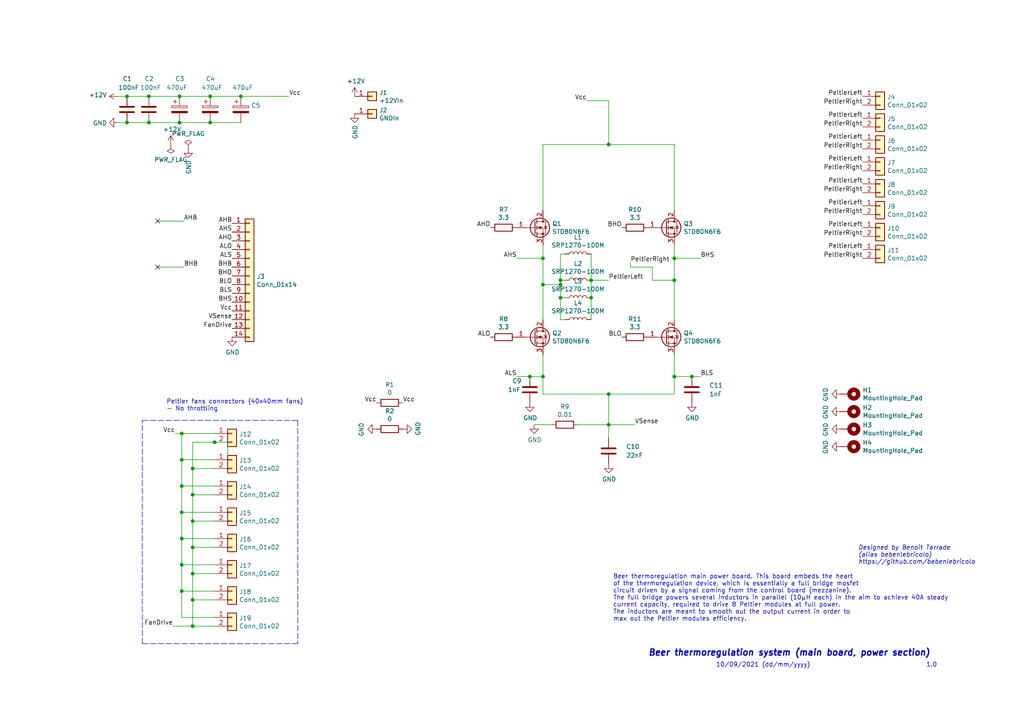
<source format=kicad_sch>
(kicad_sch (version 20211123) (generator eeschema)
  (paper "A4")
  (lib_symbols
    (symbol "Connector_Generic:Conn_01x01" (pin_names (offset 1.016) hide)
      (property "Reference" "J" (at 0 2.54 0))
      (property "Value" "Conn_01x01" (at 0 -2.54 0))
      (symbol "Conn_01x01_1_1"
        (rectangle (start -1.27 0.127) (end 0 -0.127) (stroke (width 0.1524)))
        (rectangle (start -1.27 1.27) (end 1.27 -1.27) (stroke (width 0.254)) (fill (type background)))
        (pin passive line (at -5.08 0 0) (length 3.81) (name "Pin_1") (number "1"))
      )
    )
    (symbol "Connector_Generic:Conn_01x02" (pin_names (offset 1.016) hide)
      (property "Reference" "J" (at 0 2.54 0))
      (property "Value" "Conn_01x02" (at 0 -5.08 0))
      (symbol "Conn_01x02_1_1"
        (rectangle (start -1.27 -2.413) (end 0 -2.667) (stroke (width 0.1524)))
        (rectangle (start -1.27 0.127) (end 0 -0.127) (stroke (width 0.1524)))
        (rectangle (start -1.27 1.27) (end 1.27 -3.81) (stroke (width 0.254)) (fill (type background)))
        (pin passive line (at -5.08 0 0) (length 3.81) (name "Pin_1") (number "1"))
        (pin passive line (at -5.08 -2.54 0) (length 3.81) (name "Pin_2") (number "2"))
      )
    )
    (symbol "Connector_Generic:Conn_01x14" (pin_names (offset 1.016) hide)
      (property "Reference" "J" (at 0 17.78 0))
      (property "Value" "Conn_01x14" (at 0 -20.32 0))
      (symbol "Conn_01x14_1_1"
        (rectangle (start -1.27 -17.653) (end 0 -17.907) (stroke (width 0.1524)))
        (rectangle (start -1.27 -15.113) (end 0 -15.367) (stroke (width 0.1524)))
        (rectangle (start -1.27 -12.573) (end 0 -12.827) (stroke (width 0.1524)))
        (rectangle (start -1.27 -10.033) (end 0 -10.287) (stroke (width 0.1524)))
        (rectangle (start -1.27 -7.493) (end 0 -7.747) (stroke (width 0.1524)))
        (rectangle (start -1.27 -4.953) (end 0 -5.207) (stroke (width 0.1524)))
        (rectangle (start -1.27 -2.413) (end 0 -2.667) (stroke (width 0.1524)))
        (rectangle (start -1.27 0.127) (end 0 -0.127) (stroke (width 0.1524)))
        (rectangle (start -1.27 2.667) (end 0 2.413) (stroke (width 0.1524)))
        (rectangle (start -1.27 5.207) (end 0 4.953) (stroke (width 0.1524)))
        (rectangle (start -1.27 7.747) (end 0 7.493) (stroke (width 0.1524)))
        (rectangle (start -1.27 10.287) (end 0 10.033) (stroke (width 0.1524)))
        (rectangle (start -1.27 12.827) (end 0 12.573) (stroke (width 0.1524)))
        (rectangle (start -1.27 15.367) (end 0 15.113) (stroke (width 0.1524)))
        (rectangle (start -1.27 16.51) (end 1.27 -19.05) (stroke (width 0.254)) (fill (type background)))
        (pin passive line (at -5.08 15.24 0) (length 3.81) (name "Pin_1") (number "1"))
        (pin passive line (at -5.08 -7.62 0) (length 3.81) (name "Pin_10") (number "10"))
        (pin passive line (at -5.08 -10.16 0) (length 3.81) (name "Pin_11") (number "11"))
        (pin passive line (at -5.08 -12.7 0) (length 3.81) (name "Pin_12") (number "12"))
        (pin passive line (at -5.08 -15.24 0) (length 3.81) (name "Pin_13") (number "13"))
        (pin passive line (at -5.08 -17.78 0) (length 3.81) (name "Pin_14") (number "14"))
        (pin passive line (at -5.08 12.7 0) (length 3.81) (name "Pin_2") (number "2"))
        (pin passive line (at -5.08 10.16 0) (length 3.81) (name "Pin_3") (number "3"))
        (pin passive line (at -5.08 7.62 0) (length 3.81) (name "Pin_4") (number "4"))
        (pin passive line (at -5.08 5.08 0) (length 3.81) (name "Pin_5") (number "5"))
        (pin passive line (at -5.08 2.54 0) (length 3.81) (name "Pin_6") (number "6"))
        (pin passive line (at -5.08 0 0) (length 3.81) (name "Pin_7") (number "7"))
        (pin passive line (at -5.08 -2.54 0) (length 3.81) (name "Pin_8") (number "8"))
        (pin passive line (at -5.08 -5.08 0) (length 3.81) (name "Pin_9") (number "9"))
      )
    )
    (symbol "Device:C" (pin_numbers hide) (pin_names (offset 0.254))
      (property "Reference" "C" (at 0.635 2.54 0))
      (property "Value" "C" (at 0.635 -2.54 0))
      (symbol "C_0_1"
        (polyline (pts (xy -2.032 -0.762) (xy 2.032 -0.762)) (stroke (width 0.508)))
        (polyline (pts (xy -2.032 0.762) (xy 2.032 0.762)) (stroke (width 0.508)))
      )
      (symbol "C_1_1"
        (pin passive line (at 0 3.81 270) (length 2.794) (name "~") (number "1"))
        (pin passive line (at 0 -3.81 90) (length 2.794) (name "~") (number "2"))
      )
    )
    (symbol "Device:CP" (pin_numbers hide) (pin_names (offset 0.254))
      (property "Reference" "C" (at 0.635 2.54 0))
      (property "Value" "Device_CP" (at 0.635 -2.54 0))
      (symbol "CP_0_1"
        (rectangle (start -2.286 0.508) (end 2.286 1.016))
        (polyline (pts (xy -1.778 2.286) (xy -0.762 2.286)))
        (polyline (pts (xy -1.27 2.794) (xy -1.27 1.778)))
        (rectangle (start 2.286 -0.508) (end -2.286 -1.016) (fill (type outline)))
      )
      (symbol "CP_1_1"
        (pin passive line (at 0 3.81 270) (length 2.794) (name "~") (number "1"))
        (pin passive line (at 0 -3.81 90) (length 2.794) (name "~") (number "2"))
      )
    )
    (symbol "Device:L" (pin_numbers hide) (pin_names (offset 1.016) hide)
      (property "Reference" "L" (at -1.27 0 90))
      (property "Value" "L" (at 1.905 0 90))
      (symbol "L_0_1"
        (arc (start 0 -2.54) (mid 0.635 -1.905) (end 0 -1.27))
        (arc (start 0 -1.27) (mid 0.635 -0.635) (end 0 0))
        (arc (start 0 0) (mid 0.635 0.635) (end 0 1.27))
        (arc (start 0 1.27) (mid 0.635 1.905) (end 0 2.54))
      )
      (symbol "L_1_1"
        (pin passive line (at 0 3.81 270) (length 1.27) (name "1") (number "1"))
        (pin passive line (at 0 -3.81 90) (length 1.27) (name "2") (number "2"))
      )
    )
    (symbol "Device:Q_NMOS_GDS" (pin_names (offset 0) hide)
      (property "Reference" "Q" (at 5.08 1.27 0))
      (property "Value" "Q_NMOS_GDS" (at 5.08 -1.27 0))
      (symbol "Q_NMOS_GDS_0_1"
        (polyline (pts (xy 0.254 0) (xy -2.54 0)))
        (polyline (pts (xy 0.254 1.905) (xy 0.254 -1.905)) (stroke (width 0.254)))
        (polyline (pts (xy 0.762 -1.27) (xy 0.762 -2.286)) (stroke (width 0.254)))
        (polyline (pts (xy 0.762 0.508) (xy 0.762 -0.508)) (stroke (width 0.254)))
        (polyline (pts (xy 0.762 2.286) (xy 0.762 1.27)) (stroke (width 0.254)))
        (polyline (pts (xy 2.54 2.54) (xy 2.54 1.778)))
        (polyline (pts (xy 2.54 -2.54) (xy 2.54 0) (xy 0.762 0)))
        (polyline (pts (xy 0.762 -1.778) (xy 3.302 -1.778) (xy 3.302 1.778) (xy 0.762 1.778)))
        (polyline (pts (xy 1.016 0) (xy 2.032 0.381) (xy 2.032 -0.381) (xy 1.016 0)) (fill (type outline)))
        (polyline (pts (xy 2.794 0.508) (xy 2.921 0.381) (xy 3.683 0.381) (xy 3.81 0.254)))
        (polyline (pts (xy 3.302 0.381) (xy 2.921 -0.254) (xy 3.683 -0.254) (xy 3.302 0.381)))
        (circle (center 1.651 0) (radius 2.794) (stroke (width 0.254)))
        (circle (center 2.54 -1.778) (radius 0.254) (fill (type outline)))
        (circle (center 2.54 1.778) (radius 0.254) (fill (type outline)))
      )
      (symbol "Q_NMOS_GDS_1_1"
        (pin input line (at -5.08 0 0) (length 2.54) (name "G") (number "1"))
        (pin passive line (at 2.54 5.08 270) (length 2.54) (name "D") (number "2"))
        (pin passive line (at 2.54 -5.08 90) (length 2.54) (name "S") (number "3"))
      )
    )
    (symbol "Device:R" (pin_numbers hide) (pin_names (offset 0))
      (property "Reference" "R" (at 2.032 0 90))
      (property "Value" "R" (at 0 0 90))
      (symbol "R_0_1"
        (rectangle (start -1.016 -2.54) (end 1.016 2.54) (stroke (width 0.254)))
      )
      (symbol "R_1_1"
        (pin passive line (at 0 3.81 270) (length 1.27) (name "~") (number "1"))
        (pin passive line (at 0 -3.81 90) (length 1.27) (name "~") (number "2"))
      )
    )
    (symbol "Mechanical:MountingHole_Pad" (pin_numbers hide) (pin_names (offset 1.016) hide)
      (property "Reference" "H" (at 0 6.35 0))
      (property "Value" "MountingHole_Pad" (at 0 4.445 0))
      (symbol "MountingHole_Pad_0_1"
        (circle (center 0 1.27) (radius 1.27) (stroke (width 1.27)))
      )
      (symbol "MountingHole_Pad_1_1"
        (pin input line (at 0 -2.54 90) (length 2.54) (name "1") (number "1"))
      )
    )
    (symbol "power:+12V" (power) (pin_names (offset 0))
      (property "Value" "+12V" (at 0 3.556 0))
      (symbol "+12V_0_1"
        (polyline (pts (xy -0.762 1.27) (xy 0 2.54)))
        (polyline (pts (xy 0 0) (xy 0 2.54)))
        (polyline (pts (xy 0 2.54) (xy 0.762 1.27)))
      )
      (symbol "+12V_1_1"
        (pin power_in line (at 0 0 90) (length 0) hide (name "+12V") (number "1"))
      )
    )
    (symbol "power:GND" (power) (pin_names (offset 0))
      (property "Value" "GND" (at 0 -3.81 0))
      (symbol "GND_0_1"
        (polyline (pts (xy 0 0) (xy 0 -1.27) (xy 1.27 -1.27) (xy 0 -2.54) (xy -1.27 -1.27) (xy 0 -1.27)))
      )
      (symbol "GND_1_1"
        (pin power_in line (at 0 0 270) (length 0) hide (name "GND") (number "1"))
      )
    )
    (symbol "power:PWR_FLAG" (power) (pin_numbers hide) (pin_names (offset 0) hide)
      (property "Value" "PWR_FLAG" (at 0 3.81 0))
      (symbol "PWR_FLAG_0_0"
        (pin power_out line (at 0 0 90) (length 0) (name "pwr") (number "1"))
      )
      (symbol "PWR_FLAG_0_1"
        (polyline (pts (xy 0 0) (xy 0 1.27) (xy -1.016 1.905) (xy 0 2.54) (xy 1.016 1.905) (xy 0 1.27)))
      )
    )
  )
  (junction (at 55.88 166.37))
  (junction (at 55.88 135.89))
  (junction (at 195.58 81.28))
  (junction (at 176.53 114.3))
  (junction (at 52.705 125.73))
  (junction (at 176.53 41.91))
  (junction (at 157.48 74.93))
  (junction (at 52.705 163.83))
  (junction (at 62.23 128.27))
  (junction (at 162.56 81.28))
  (junction (at 153.67 109.22))
  (junction (at 55.88 158.75))
  (junction (at 52.705 171.45))
  (junction (at 162.56 86.36))
  (junction (at 36.83 35.56))
  (junction (at 43.18 35.56))
  (junction (at 52.07 35.56))
  (junction (at 200.66 109.22))
  (junction (at 52.705 140.97))
  (junction (at 60.96 35.56))
  (junction (at 52.705 156.21))
  (junction (at 69.85 27.94))
  (junction (at 43.18 27.94))
  (junction (at 171.45 81.28))
  (junction (at 162.56 82.55))
  (junction (at 36.83 27.94))
  (junction (at 52.07 27.94))
  (junction (at 60.96 27.94))
  (junction (at 55.88 151.13))
  (junction (at 52.705 133.35))
  (junction (at 55.88 143.51))
  (junction (at 55.88 173.99))
  (junction (at 195.58 74.93))
  (junction (at 157.48 82.55))
  (junction (at 171.45 86.36))
  (junction (at 176.53 123.19))
  (junction (at 195.58 109.22))
  (junction (at 157.48 109.22))
  (junction (at 52.705 148.59))
  (junction (at 55.88 181.61))
  (no_connect (at 45.72 77.47))
  (no_connect (at 45.72 64.135))
  (wire (pts (xy 62.23 156.21) (xy 52.705 156.21)))
  (wire (pts (xy 62.23 166.37) (xy 55.88 166.37)))
  (wire (pts (xy 171.45 81.28) (xy 171.45 86.36)))
  (wire (pts (xy 195.58 41.91) (xy 195.58 60.96)))
  (wire (pts (xy 62.23 173.99) (xy 55.88 173.99)))
  (wire (pts (xy 162.56 81.28) (xy 163.83 81.28)))
  (wire (pts (xy 195.58 81.28) (xy 195.58 92.71)))
  (wire (pts (xy 34.29 35.56) (xy 36.83 35.56)))
  (wire (pts (xy 176.53 123.19) (xy 184.15 123.19)))
  (wire (pts (xy 66.04 128.27) (xy 62.23 128.27)))
  (wire (pts (xy 62.23 163.83) (xy 52.705 163.83)))
  (wire (pts (xy 162.56 86.36) (xy 162.56 92.71)))
  (wire (pts (xy 176.53 123.19) (xy 167.64 123.19)))
  (wire (pts (xy 52.705 171.45) (xy 52.705 179.07)))
  (wire (pts (xy 195.58 74.93) (xy 195.58 81.28)))
  (wire (pts (xy 55.88 166.37) (xy 55.88 173.99)))
  (wire (pts (xy 157.48 74.93) (xy 157.48 82.55)))
  (wire (pts (xy 195.58 109.22) (xy 195.58 114.3)))
  (wire (pts (xy 36.83 27.94) (xy 43.18 27.94)))
  (wire (pts (xy 157.48 109.22) (xy 153.67 109.22)))
  (wire (pts (xy 189.23 77.47) (xy 189.23 81.28)))
  (wire (pts (xy 52.705 156.21) (xy 52.705 163.83)))
  (wire (pts (xy 171.45 81.28) (xy 176.53 81.28)))
  (polyline (pts (xy 41.275 186.69) (xy 86.36 186.69)))
  (wire (pts (xy 176.53 123.19) (xy 176.53 127)))
  (wire (pts (xy 157.48 71.12) (xy 157.48 74.93)))
  (wire (pts (xy 176.53 114.3) (xy 176.53 123.19)))
  (wire (pts (xy 55.88 128.27) (xy 55.88 135.89)))
  (wire (pts (xy 55.88 143.51) (xy 55.88 151.13)))
  (wire (pts (xy 157.48 41.91) (xy 176.53 41.91)))
  (wire (pts (xy 62.23 143.51) (xy 55.88 143.51)))
  (wire (pts (xy 53.34 64.135) (xy 45.72 64.135)))
  (wire (pts (xy 162.56 73.66) (xy 163.83 73.66)))
  (wire (pts (xy 52.07 27.94) (xy 60.96 27.94)))
  (wire (pts (xy 195.58 74.93) (xy 203.2 74.93)))
  (wire (pts (xy 162.56 82.55) (xy 162.56 86.36)))
  (wire (pts (xy 55.88 158.75) (xy 55.88 166.37)))
  (wire (pts (xy 52.705 148.59) (xy 52.705 156.21)))
  (wire (pts (xy 160.02 123.19) (xy 154.94 123.19)))
  (wire (pts (xy 189.23 81.28) (xy 195.58 81.28)))
  (wire (pts (xy 176.53 114.3) (xy 195.58 114.3)))
  (wire (pts (xy 60.96 35.56) (xy 69.85 35.56)))
  (wire (pts (xy 43.18 27.94) (xy 52.07 27.94)))
  (wire (pts (xy 66.04 132.08) (xy 66.04 128.27)))
  (wire (pts (xy 162.56 82.55) (xy 162.56 81.28)))
  (wire (pts (xy 195.58 71.12) (xy 195.58 74.93)))
  (wire (pts (xy 157.48 102.87) (xy 157.48 109.22)))
  (wire (pts (xy 62.23 128.27) (xy 55.88 128.27)))
  (wire (pts (xy 157.48 82.55) (xy 157.48 92.71)))
  (wire (pts (xy 62.23 171.45) (xy 52.705 171.45)))
  (wire (pts (xy 55.88 181.61) (xy 62.23 181.61)))
  (wire (pts (xy 52.705 179.07) (xy 62.23 179.07)))
  (polyline (pts (xy 86.36 121.92) (xy 86.36 186.69)))
  (wire (pts (xy 55.88 151.13) (xy 55.88 158.75)))
  (wire (pts (xy 157.48 114.3) (xy 176.53 114.3)))
  (wire (pts (xy 52.705 125.73) (xy 50.8 125.73)))
  (wire (pts (xy 55.88 135.89) (xy 55.88 143.51)))
  (wire (pts (xy 62.23 125.73) (xy 52.705 125.73)))
  (wire (pts (xy 176.53 29.21) (xy 170.18 29.21)))
  (polyline (pts (xy 41.275 186.69) (xy 41.275 121.92)))
  (polyline (pts (xy 41.275 121.92) (xy 86.36 121.92)))
  (wire (pts (xy 162.56 92.71) (xy 163.83 92.71)))
  (wire (pts (xy 176.53 41.91) (xy 176.53 29.21)))
  (wire (pts (xy 36.83 35.56) (xy 43.18 35.56)))
  (wire (pts (xy 69.85 27.94) (xy 83.82 27.94)))
  (wire (pts (xy 182.88 76.2) (xy 182.88 77.47)))
  (wire (pts (xy 62.23 158.75) (xy 55.88 158.75)))
  (wire (pts (xy 157.48 109.22) (xy 157.48 114.3)))
  (wire (pts (xy 62.23 133.35) (xy 52.705 133.35)))
  (wire (pts (xy 200.66 109.22) (xy 203.2 109.22)))
  (wire (pts (xy 171.45 86.36) (xy 171.45 92.71)))
  (wire (pts (xy 55.88 173.99) (xy 55.88 181.61)))
  (wire (pts (xy 157.48 74.93) (xy 149.86 74.93)))
  (wire (pts (xy 62.23 148.59) (xy 52.705 148.59)))
  (wire (pts (xy 60.96 27.94) (xy 69.85 27.94)))
  (wire (pts (xy 162.56 86.36) (xy 163.83 86.36)))
  (wire (pts (xy 171.45 73.66) (xy 171.45 81.28)))
  (wire (pts (xy 153.67 109.22) (xy 149.86 109.22)))
  (wire (pts (xy 62.23 135.89) (xy 55.88 135.89)))
  (wire (pts (xy 182.88 77.47) (xy 189.23 77.47)))
  (wire (pts (xy 52.705 140.97) (xy 52.705 148.59)))
  (wire (pts (xy 195.58 102.87) (xy 195.58 109.22)))
  (wire (pts (xy 157.48 82.55) (xy 162.56 82.55)))
  (wire (pts (xy 34.29 27.94) (xy 36.83 27.94)))
  (wire (pts (xy 157.48 41.91) (xy 157.48 60.96)))
  (wire (pts (xy 62.23 140.97) (xy 52.705 140.97)))
  (wire (pts (xy 62.23 151.13) (xy 55.88 151.13)))
  (wire (pts (xy 52.705 133.35) (xy 52.705 140.97)))
  (wire (pts (xy 176.53 41.91) (xy 195.58 41.91)))
  (wire (pts (xy 53.34 77.47) (xy 45.72 77.47)))
  (wire (pts (xy 162.56 81.28) (xy 162.56 73.66)))
  (wire (pts (xy 52.07 35.56) (xy 60.96 35.56)))
  (wire (pts (xy 50.165 181.61) (xy 55.88 181.61)))
  (wire (pts (xy 195.58 109.22) (xy 200.66 109.22)))
  (wire (pts (xy 43.18 35.56) (xy 52.07 35.56)))
  (wire (pts (xy 52.705 163.83) (xy 52.705 171.45)))
  (wire (pts (xy 52.705 125.73) (xy 52.705 133.35)))
  (text "Peltier fans connectors (40x40mm fans)\n- No throttling" (at 48.26 119.38 0) (effects (font (size 1.27 1.27)) (justify left bottom)))
  (text "Designed by Benoit Tarrade\n(alias bebenlebricolo)\nhttps://github.com/bebenlebricolo" (at 248.92 163.83 0) (effects (font (size 1.27 1.27) italic) (justify left bottom)))
  (text "10/09/2021 (dd/mm/yyyy)" (at 207.645 193.675 0) (effects (font (size 1.27 1.27)) (justify left bottom)))
  (text "1.0" (at 268.605 193.675 0) (effects (font (size 1.27 1.27)) (justify left bottom)))
  (text "Beer thermoregulation main power board. This board embeds the heart\nof the thermoregulation device, which is essentially a full bridge mosfet\ncircuit driven by a signal coming from the control board (mezzanine).\nThe full bridge powers several inductors in parallel (10µH each) in the aim to achieve 40A steady \ncurrent capacity, required to drive 8 Peltier modules at full power.\nThe inductors are meant to smooth out the output current in order to\nmax out the Peltier modules efficiency." (at 177.8 180.34 0) (effects (font (size 1.27 1.27)) (justify left bottom)))
  (text "Beer thermoregulation system (main board, power section)" (at 187.96 190.5 0) (effects (font (size 1.8034 1.8034) (thickness 0.3607) bold italic) (justify left bottom)))
  (label "ALS" (at 67.31 74.93 180))
  (label "PeltierLeft" (at 250.19 34.29 180))
  (label "Vcc" (at 83.82 27.94 0))
  (label "PeltierRight" (at 250.19 36.83 180))
  (label "PeltierRight" (at 250.19 68.58 180))
  (label "BHB" (at 53.34 77.47 0))
  (label "PeltierLeft" (at 176.53 81.28 0))
  (label "BHO" (at 67.31 80.01 180))
  (label "ALO" (at 67.31 72.39 180))
  (label "BLO" (at 67.31 82.55 180))
  (label "AHS" (at 149.86 74.93 180))
  (label "BHS" (at 203.2 74.93 0))
  (label "Vcc" (at 116.84 116.84 0))
  (label "PeltierRight" (at 250.19 43.18 180))
  (label "AHO" (at 142.24 66.04 180))
  (label "BLS" (at 203.2 109.22 0))
  (label "PeltierLeft" (at 250.19 27.94 180))
  (label "PeltierLeft" (at 250.19 40.64 180))
  (label "PeltierRight" (at 250.19 62.23 180))
  (label "AHO" (at 67.31 69.85 180))
  (label "Vcc" (at 170.18 29.21 180))
  (label "PeltierRight" (at 182.88 76.2 0))
  (label "BLO" (at 180.34 97.79 180))
  (label "Vcc" (at 109.22 116.84 180))
  (label "ALO" (at 142.24 97.79 180))
  (label "PeltierLeft" (at 250.19 53.34 180))
  (label "ALS" (at 149.86 109.22 180))
  (label "BHS" (at 67.31 87.63 180))
  (label "PeltierRight" (at 250.19 30.48 180))
  (label "AHB" (at 67.31 64.77 180))
  (label "BHO" (at 180.34 66.04 180))
  (label "PeltierRight" (at 250.19 55.88 180))
  (label "AHB" (at 53.34 64.135 0))
  (label "BLS" (at 67.31 85.09 180))
  (label "PeltierLeft" (at 250.19 72.39 180))
  (label "PeltierRight" (at 250.19 74.93 180))
  (label "FanDrive" (at 50.165 181.61 180))
  (label "Vcc" (at 67.31 90.17 180))
  (label "PeltierLeft" (at 250.19 59.69 180))
  (label "Vcc" (at 50.8 125.73 180))
  (label "PeltierLeft" (at 250.19 46.99 180))
  (label "AHS" (at 67.31 67.31 180))
  (label "FanDrive" (at 67.31 95.25 180))
  (label "PeltierLeft" (at 250.19 66.04 180))
  (label "PeltierRight" (at 250.19 49.53 180))
  (label "VSense" (at 67.31 92.71 180))
  (label "BHB" (at 67.31 77.47 180))
  (label "VSense" (at 184.15 123.19 0))
  (symbol (lib_id "power:+12V") (at 34.29 27.94 90) (unit 1)
    (property "Reference" "#PWR01" (effects hide))
    (property "Value" "+12V" (at 31.0388 27.559 90) (effects (justify left)))
  )
  (symbol (lib_id "power:GND") (at 34.29 35.56 270) (unit 1)
    (property "Reference" "#PWR02" (effects hide))
    (property "Value" "GND" (at 31.0388 35.687 90) (effects (justify right)))
  )
  (symbol (lib_id "Device:C") (at 43.18 31.75 0) (unit 1)
    (property "Reference" "C2" (at 41.91 22.86 0) (effects (justify left)))
    (property "Value" "100nF" (at 40.64 25.4 0) (effects (justify left)))
    (property "Footprint" "Capacitor_SMD:C_1206_3216Metric_Pad1.33x1.80mm_HandSolder" (effects hide))
  )
  (symbol (lib_id "Device:CP") (at 52.07 31.75 0) (unit 1)
    (property "Reference" "C3" (at 50.8 22.86 0) (effects (justify left)))
    (property "Value" "470uF" (at 48.26 25.4 0) (effects (justify left)))
    (property "Footprint" "Capacitor_SMD:CP_Elec_10x10" (effects hide))
  )
  (symbol (lib_id "Device:CP") (at 60.96 31.75 0) (unit 1)
    (property "Reference" "C4" (at 59.69 22.86 0) (effects (justify left)))
    (property "Value" "470uF" (at 58.42 25.4 0) (effects (justify left)))
    (property "Footprint" "Capacitor_SMD:CP_Elec_10x10" (effects hide))
  )
  (symbol (lib_id "Device:CP") (at 69.85 31.75 0) (unit 1)
    (property "Reference" "C5" (at 72.8472 30.5816 0) (effects (justify left)))
    (property "Value" "470uF" (at 67.31 25.4 0) (effects (justify left)))
    (property "Footprint" "Capacitor_SMD:CP_Elec_10x10" (effects hide))
  )
  (symbol (lib_id "Device:C") (at 36.83 31.75 0) (unit 1)
    (property "Reference" "C1" (at 35.56 22.86 0) (effects (justify left)))
    (property "Value" "100nF" (at 34.29 25.4 0) (effects (justify left)))
    (property "Footprint" "Capacitor_SMD:C_1206_3216Metric_Pad1.33x1.80mm_HandSolder" (effects hide))
  )
  (symbol (lib_id "Device:R") (at 113.03 116.84 270) (unit 1)
    (property "Reference" "R1" (at 113.03 111.5822 90))
    (property "Value" "0" (at 113.03 113.8936 90))
    (property "Footprint" "Resistor_SMD:R_2512_6332Metric_Pad1.40x3.35mm_HandSolder" (effects hide))
  )
  (symbol (lib_id "Device:R") (at 113.03 124.46 270) (unit 1)
    (property "Reference" "R2" (at 113.03 119.2022 90))
    (property "Value" "0" (at 113.03 121.5136 90))
    (property "Footprint" "Resistor_SMD:R_2512_6332Metric_Pad1.40x3.35mm_HandSolder" (effects hide))
  )
  (symbol (lib_id "power:GND") (at 109.22 124.46 270) (unit 1)
    (property "Reference" "#PWR06" (effects hide))
    (property "Value" "GND" (at 104.8258 124.587 0))
  )
  (symbol (lib_id "power:GND") (at 116.84 124.46 90) (unit 1)
    (property "Reference" "#PWR07" (effects hide))
    (property "Value" "GND" (at 121.2342 124.333 0))
  )
  (symbol (lib_id "Connector_Generic:Conn_01x02") (at 67.31 125.73 0) (unit 1)
    (property "Reference" "J12" (at 69.342 125.9332 0) (effects (justify left)))
    (property "Value" "Conn_01x02" (at 69.342 128.2446 0) (effects (justify left)))
    (property "Footprint" "Connector_PinHeader_2.54mm:PinHeader_1x02_P2.54mm_Vertical_SMD_Pin1Left" (effects hide))
  )
  (symbol (lib_id "Connector_Generic:Conn_01x02") (at 67.31 133.35 0) (unit 1)
    (property "Reference" "J13" (at 69.342 133.5532 0) (effects (justify left)))
    (property "Value" "Conn_01x02" (at 69.342 135.8646 0) (effects (justify left)))
    (property "Footprint" "Connector_PinHeader_2.54mm:PinHeader_1x02_P2.54mm_Vertical_SMD_Pin1Left" (effects hide))
  )
  (symbol (lib_id "Device:R") (at 146.05 66.04 270) (unit 1)
    (property "Reference" "R7" (at 146.05 60.7822 90))
    (property "Value" "3.3" (at 146.05 63.0936 90))
    (property "Footprint" "Resistor_SMD:R_1206_3216Metric_Pad1.30x1.75mm_HandSolder" (effects hide))
  )
  (symbol (lib_id "Device:R") (at 146.05 97.79 270) (unit 1)
    (property "Reference" "R8" (at 146.05 92.5322 90))
    (property "Value" "3.3" (at 146.05 94.8436 90))
    (property "Footprint" "Resistor_SMD:R_1206_3216Metric_Pad1.30x1.75mm_HandSolder" (effects hide))
  )
  (symbol (lib_id "Connector_Generic:Conn_01x02") (at 67.31 140.97 0) (unit 1)
    (property "Reference" "J14" (at 69.342 141.1732 0) (effects (justify left)))
    (property "Value" "Conn_01x02" (at 69.342 143.4846 0) (effects (justify left)))
    (property "Footprint" "Connector_PinHeader_2.54mm:PinHeader_1x02_P2.54mm_Vertical_SMD_Pin1Left" (effects hide))
  )
  (symbol (lib_id "Connector_Generic:Conn_01x02") (at 67.31 148.59 0) (unit 1)
    (property "Reference" "J15" (at 69.342 148.7932 0) (effects (justify left)))
    (property "Value" "Conn_01x02" (at 69.342 151.1046 0) (effects (justify left)))
    (property "Footprint" "Connector_PinHeader_2.54mm:PinHeader_1x02_P2.54mm_Vertical_SMD_Pin1Left" (effects hide))
  )
  (symbol (lib_id "Connector_Generic:Conn_01x02") (at 67.31 156.21 0) (unit 1)
    (property "Reference" "J16" (at 69.342 156.4132 0) (effects (justify left)))
    (property "Value" "Conn_01x02" (at 69.342 158.7246 0) (effects (justify left)))
    (property "Footprint" "Connector_PinHeader_2.54mm:PinHeader_1x02_P2.54mm_Vertical_SMD_Pin1Left" (effects hide))
  )
  (symbol (lib_id "Connector_Generic:Conn_01x02") (at 67.31 163.83 0) (unit 1)
    (property "Reference" "J17" (at 69.342 164.0332 0) (effects (justify left)))
    (property "Value" "Conn_01x02" (at 69.342 166.3446 0) (effects (justify left)))
    (property "Footprint" "Connector_PinHeader_2.54mm:PinHeader_1x02_P2.54mm_Vertical_SMD_Pin1Left" (effects hide))
  )
  (symbol (lib_id "Connector_Generic:Conn_01x02") (at 67.31 171.45 0) (unit 1)
    (property "Reference" "J18" (at 69.342 171.6532 0) (effects (justify left)))
    (property "Value" "Conn_01x02" (at 69.342 173.9646 0) (effects (justify left)))
    (property "Footprint" "Connector_PinHeader_2.54mm:PinHeader_1x02_P2.54mm_Vertical_SMD_Pin1Left" (effects hide))
  )
  (symbol (lib_id "Connector_Generic:Conn_01x02") (at 67.31 179.07 0) (unit 1)
    (property "Reference" "J19" (at 69.342 179.2732 0) (effects (justify left)))
    (property "Value" "Conn_01x02" (at 69.342 181.5846 0) (effects (justify left)))
    (property "Footprint" "Connector_PinHeader_2.54mm:PinHeader_1x02_P2.54mm_Vertical_SMD_Pin1Left" (effects hide))
  )
  (symbol (lib_id "Device:R") (at 184.15 66.04 270) (unit 1)
    (property "Reference" "R10" (at 184.15 60.7822 90))
    (property "Value" "3.3" (at 184.15 63.0936 90))
    (property "Footprint" "Resistor_SMD:R_1206_3216Metric_Pad1.30x1.75mm_HandSolder" (effects hide))
  )
  (symbol (lib_id "Device:R") (at 184.15 97.79 270) (unit 1)
    (property "Reference" "R11" (at 184.15 92.5322 90))
    (property "Value" "3.3" (at 184.15 94.8436 90))
    (property "Footprint" "Resistor_SMD:R_1206_3216Metric_Pad1.30x1.75mm_HandSolder" (effects hide))
  )
  (symbol (lib_id "Device:R") (at 163.83 123.19 270) (unit 1)
    (property "Reference" "R9" (at 163.83 117.9322 90))
    (property "Value" "0.01" (at 163.83 120.2436 90))
    (property "Footprint" "Resistor_SMD:R_2512_6332Metric_Pad1.40x3.35mm_HandSolder" (effects hide))
  )
  (symbol (lib_id "power:GND") (at 154.94 123.19 0) (unit 1)
    (property "Reference" "#PWR012" (effects hide))
    (property "Value" "GND" (at 155.067 127.5842 0))
  )
  (symbol (lib_id "Device:C") (at 153.67 113.03 0) (unit 1)
    (property "Reference" "C9" (at 148.59 110.49 0) (effects (justify left)))
    (property "Value" "1nF" (at 147.32 113.03 0) (effects (justify left)))
    (property "Footprint" "Capacitor_SMD:C_1206_3216Metric_Pad1.33x1.80mm_HandSolder" (effects hide))
  )
  (symbol (lib_id "Device:C") (at 200.66 113.03 0) (unit 1)
    (property "Reference" "C11" (at 205.74 111.76 0) (effects (justify left)))
    (property "Value" "1nF" (at 205.74 114.3 0) (effects (justify left)))
    (property "Footprint" "Capacitor_SMD:C_1206_3216Metric_Pad1.33x1.80mm_HandSolder" (effects hide))
  )
  (symbol (lib_id "power:GND") (at 153.67 116.84 0) (unit 1)
    (property "Reference" "#PWR011" (effects hide))
    (property "Value" "GND" (at 153.797 121.2342 0))
  )
  (symbol (lib_id "power:GND") (at 200.66 116.84 0) (unit 1)
    (property "Reference" "#PWR014" (effects hide))
    (property "Value" "GND" (at 200.787 121.2342 0))
  )
  (symbol (lib_id "Mechanical:MountingHole_Pad") (at 246.38 114.3 270) (unit 1)
    (property "Reference" "H1" (at 250.19 113.1316 90) (effects (justify left)))
    (property "Value" "MountingHole_Pad" (at 250.19 115.443 90) (effects (justify left)))
    (property "Footprint" "MountingHole:MountingHole_4mm_Pad_TopOnly" (effects hide))
  )
  (symbol (lib_id "power:GND") (at 243.84 114.3 270) (unit 1)
    (property "Reference" "#PWR015" (effects hide))
    (property "Value" "GND" (at 239.4458 114.427 0))
  )
  (symbol (lib_id "Mechanical:MountingHole_Pad") (at 246.38 119.38 270) (unit 1)
    (property "Reference" "H2" (at 250.19 118.2116 90) (effects (justify left)))
    (property "Value" "MountingHole_Pad" (at 250.19 120.523 90) (effects (justify left)))
    (property "Footprint" "MountingHole:MountingHole_4mm_Pad_TopOnly" (effects hide))
  )
  (symbol (lib_id "power:GND") (at 243.84 119.38 270) (unit 1)
    (property "Reference" "#PWR016" (effects hide))
    (property "Value" "GND" (at 239.4458 119.507 0))
  )
  (symbol (lib_id "Mechanical:MountingHole_Pad") (at 246.38 124.46 270) (unit 1)
    (property "Reference" "H3" (at 250.19 123.2916 90) (effects (justify left)))
    (property "Value" "MountingHole_Pad" (at 250.19 125.603 90) (effects (justify left)))
    (property "Footprint" "MountingHole:MountingHole_4mm_Pad_TopOnly" (effects hide))
  )
  (symbol (lib_id "power:GND") (at 243.84 124.46 270) (unit 1)
    (property "Reference" "#PWR017" (effects hide))
    (property "Value" "GND" (at 239.4458 124.587 0))
  )
  (symbol (lib_id "Mechanical:MountingHole_Pad") (at 246.38 129.54 270) (unit 1)
    (property "Reference" "H4" (at 250.19 128.3716 90) (effects (justify left)))
    (property "Value" "MountingHole_Pad" (at 250.19 130.683 90) (effects (justify left)))
    (property "Footprint" "MountingHole:MountingHole_4mm_Pad_TopOnly" (effects hide))
  )
  (symbol (lib_id "power:GND") (at 243.84 129.54 270) (unit 1)
    (property "Reference" "#PWR018" (effects hide))
    (property "Value" "GND" (at 239.4458 129.667 0))
  )
  (symbol (lib_id "Device:Q_NMOS_GDS") (at 154.94 66.04 0) (unit 1)
    (property "Reference" "Q1" (at 160.147 64.8716 0) (effects (justify left)))
    (property "Value" "STD80N6F6" (at 160.147 67.183 0) (effects (justify left)))
    (property "Footprint" "Package_TO_SOT_SMD:TO-252-2" (effects hide))
  )
  (symbol (lib_id "Device:Q_NMOS_GDS") (at 193.04 66.04 0) (unit 1)
    (property "Reference" "Q3" (at 198.247 64.8716 0) (effects (justify left)))
    (property "Value" "STD80N6F6" (at 198.247 67.183 0) (effects (justify left)))
    (property "Footprint" "Package_TO_SOT_SMD:TO-252-2" (effects hide))
  )
  (symbol (lib_id "Device:Q_NMOS_GDS") (at 193.04 97.79 0) (unit 1)
    (property "Reference" "Q4" (at 198.247 96.6216 0) (effects (justify left)))
    (property "Value" "STD80N6F6" (at 198.247 98.933 0) (effects (justify left)))
    (property "Footprint" "Package_TO_SOT_SMD:TO-252-2" (effects hide))
  )
  (symbol (lib_id "Device:Q_NMOS_GDS") (at 154.94 97.79 0) (unit 1)
    (property "Reference" "Q2" (at 160.147 96.6216 0) (effects (justify left)))
    (property "Value" "STD80N6F6" (at 160.147 98.933 0) (effects (justify left)))
    (property "Footprint" "Package_TO_SOT_SMD:TO-252-2" (effects hide))
  )
  (symbol (lib_id "Connector_Generic:Conn_01x14") (at 72.39 80.01 0) (unit 1)
    (property "Reference" "J3" (at 74.422 80.2132 0) (effects (justify left)))
    (property "Value" "Conn_01x14" (at 74.422 82.5246 0) (effects (justify left)))
    (property "Footprint" "Connector_PinHeader_2.54mm:PinHeader_1x14_P2.54mm_Vertical_SMD_Pin1Left" (effects hide))
  )
  (symbol (lib_id "Device:L") (at 167.64 86.36 90) (unit 1)
    (property "Reference" "L3" (at 167.64 81.534 90))
    (property "Value" "SRP1270-100M" (at 167.64 83.8454 90))
    (property "Footprint" "BTS-MainBoard-Power:L_Bourns_SRP1270" (effects hide))
  )
  (symbol (lib_id "Device:L") (at 167.64 92.71 90) (unit 1)
    (property "Reference" "L4" (at 167.64 87.884 90))
    (property "Value" "SRP1270-100M" (at 167.64 90.1954 90))
    (property "Footprint" "BTS-MainBoard-Power:L_Bourns_SRP1270" (effects hide))
  )
  (symbol (lib_id "power:GND") (at 67.31 97.79 0) (unit 1)
    (property "Reference" "#PWR05" (effects hide))
    (property "Value" "GND" (at 67.437 102.1842 0))
  )
  (symbol (lib_id "Device:L") (at 167.64 73.66 90) (unit 1)
    (property "Reference" "L1" (at 167.64 68.834 90))
    (property "Value" "SRP1270-100M" (at 167.64 71.1454 90))
    (property "Footprint" "BTS-MainBoard-Power:L_Bourns_SRP1270" (effects hide))
  )
  (symbol (lib_id "Device:L") (at 167.64 81.28 90) (unit 1)
    (property "Reference" "L2" (at 167.64 76.454 90))
    (property "Value" "SRP1270-100M" (at 167.64 78.7654 90))
    (property "Footprint" "BTS-MainBoard-Power:L_Bourns_SRP1270" (effects hide))
  )
  (symbol (lib_id "Device:C") (at 176.53 130.81 0) (unit 1)
    (property "Reference" "C10" (at 181.61 129.54 0) (effects (justify left)))
    (property "Value" "22nF" (at 181.61 132.08 0) (effects (justify left)))
    (property "Footprint" "Capacitor_SMD:C_1210_3225Metric_Pad1.33x2.70mm_HandSolder" (effects hide))
  )
  (symbol (lib_id "power:GND") (at 176.53 134.62 0) (unit 1)
    (property "Reference" "#PWR013" (effects hide))
    (property "Value" "GND" (at 176.657 139.0142 0))
  )
  (symbol (lib_id "power:GND") (at 54.61 43.18 0) (unit 1)
    (property "Reference" "#PWR04" (effects hide))
    (property "Value" "GND" (at 54.737 46.4312 90) (effects (justify right)))
  )
  (symbol (lib_id "power:+12V") (at 49.53 41.91 0) (unit 1)
    (property "Reference" "#PWR03" (effects hide))
    (property "Value" "+12V" (at 49.911 37.5158 0))
  )
  (symbol (lib_id "power:PWR_FLAG") (at 54.61 43.18 0) (unit 1)
    (property "Reference" "#FLG0101" (effects hide))
    (property "Value" "PWR_FLAG" (at 54.61 38.7858 0))
  )
  (symbol (lib_id "power:PWR_FLAG") (at 49.53 41.91 180) (unit 1)
    (property "Reference" "#FLG0102" (effects hide))
    (property "Value" "PWR_FLAG" (at 49.53 46.3042 0))
  )
  (symbol (lib_id "Connector_Generic:Conn_01x01") (at 107.95 27.94 0) (unit 1)
    (property "Reference" "J1" (at 109.982 26.8732 0) (effects (justify left)))
    (property "Value" "+12VIn" (at 109.982 29.1846 0) (effects (justify left)))
    (property "Footprint" "BTS-MainBoard-Power:Power_Solder_Pad_7x15mm" (effects hide))
  )
  (symbol (lib_id "Connector_Generic:Conn_01x01") (at 107.95 33.02 0) (unit 1)
    (property "Reference" "J2" (at 109.982 31.9532 0) (effects (justify left)))
    (property "Value" "GNDIn" (at 109.982 34.2646 0) (effects (justify left)))
    (property "Footprint" "BTS-MainBoard-Power:Power_Solder_Pad_7x15mm" (effects hide))
  )
  (symbol (lib_id "power:+12V") (at 102.87 27.94 0) (unit 1)
    (property "Reference" "#PWR0101" (effects hide))
    (property "Value" "+12V" (at 103.251 23.5458 0))
  )
  (symbol (lib_id "power:GND") (at 102.87 33.02 0) (unit 1)
    (property "Reference" "#PWR0102" (effects hide))
    (property "Value" "GND" (at 102.997 36.2712 90) (effects (justify right)))
  )
  (symbol (lib_id "Connector_Generic:Conn_01x02") (at 255.27 27.94 0) (unit 1)
    (property "Reference" "J4" (at 257.302 28.1432 0) (effects (justify left)))
    (property "Value" "Conn_01x02" (at 257.302 30.4546 0) (effects (justify left)))
    (property "Footprint" "BTS-MainBoard-Power:Power_Solder_Pad_5x10mm_02" (effects hide))
  )
  (symbol (lib_id "Connector_Generic:Conn_01x02") (at 255.27 34.29 0) (unit 1)
    (property "Reference" "J5" (at 257.302 34.4932 0) (effects (justify left)))
    (property "Value" "Conn_01x02" (at 257.302 36.8046 0) (effects (justify left)))
    (property "Footprint" "BTS-MainBoard-Power:Power_Solder_Pad_5x10mm_02" (effects hide))
  )
  (symbol (lib_id "Connector_Generic:Conn_01x02") (at 255.27 40.64 0) (unit 1)
    (property "Reference" "J6" (at 257.302 40.8432 0) (effects (justify left)))
    (property "Value" "Conn_01x02" (at 257.302 43.1546 0) (effects (justify left)))
    (property "Footprint" "BTS-MainBoard-Power:Power_Solder_Pad_5x10mm_02" (effects hide))
  )
  (symbol (lib_id "Connector_Generic:Conn_01x02") (at 255.27 46.99 0) (unit 1)
    (property "Reference" "J7" (at 257.302 47.1932 0) (effects (justify left)))
    (property "Value" "Conn_01x02" (at 257.302 49.5046 0) (effects (justify left)))
    (property "Footprint" "BTS-MainBoard-Power:Power_Solder_Pad_5x10mm_02" (effects hide))
  )
  (symbol (lib_id "Connector_Generic:Conn_01x02") (at 255.27 53.34 0) (unit 1)
    (property "Reference" "J8" (at 257.302 53.5432 0) (effects (justify left)))
    (property "Value" "Conn_01x02" (at 257.302 55.8546 0) (effects (justify left)))
    (property "Footprint" "BTS-MainBoard-Power:Power_Solder_Pad_5x10mm_02" (effects hide))
  )
  (symbol (lib_id "Connector_Generic:Conn_01x02") (at 255.27 59.69 0) (unit 1)
    (property "Reference" "J9" (at 257.302 59.8932 0) (effects (justify left)))
    (property "Value" "Conn_01x02" (at 257.302 62.2046 0) (effects (justify left)))
    (property "Footprint" "BTS-MainBoard-Power:Power_Solder_Pad_5x10mm_02" (effects hide))
  )
  (symbol (lib_id "Connector_Generic:Conn_01x02") (at 255.27 66.04 0) (unit 1)
    (property "Reference" "J10" (at 257.302 66.2432 0) (effects (justify left)))
    (property "Value" "Conn_01x02" (at 257.302 68.5546 0) (effects (justify left)))
    (property "Footprint" "BTS-MainBoard-Power:Power_Solder_Pad_5x10mm_02" (effects hide))
  )
  (symbol (lib_id "Connector_Generic:Conn_01x02") (at 255.27 72.39 0) (unit 1)
    (property "Reference" "J11" (at 257.302 72.5932 0) (effects (justify left)))
    (property "Value" "Conn_01x02" (at 257.302 74.9046 0) (effects (justify left)))
    (property "Footprint" "BTS-MainBoard-Power:Power_Solder_Pad_5x10mm_02" (effects hide))
  )
)
</source>
